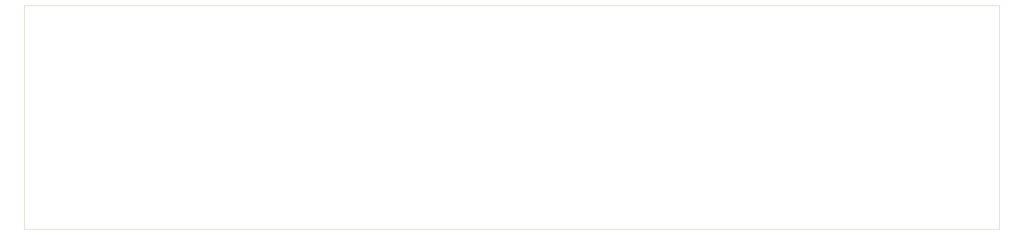
<source format=gm1>
G04 #@! TF.GenerationSoftware,KiCad,Pcbnew,5.1.12-84ad8e8a86~92~ubuntu20.04.1*
G04 #@! TF.CreationDate,2022-03-17T08:21:24-04:00*
G04 #@! TF.ProjectId,sys11-interconnect,73797331-312d-4696-9e74-6572636f6e6e,1.1*
G04 #@! TF.SameCoordinates,Original*
G04 #@! TF.FileFunction,Profile,NP*
%FSLAX46Y46*%
G04 Gerber Fmt 4.6, Leading zero omitted, Abs format (unit mm)*
G04 Created by KiCad (PCBNEW 5.1.12-84ad8e8a86~92~ubuntu20.04.1) date 2022-03-17 08:21:24*
%MOMM*%
%LPD*%
G01*
G04 APERTURE LIST*
G04 #@! TA.AperFunction,Profile*
%ADD10C,0.050000*%
G04 #@! TD*
G04 APERTURE END LIST*
D10*
X15240000Y-159385000D02*
X15240000Y-67310000D01*
X415290000Y-159385000D02*
X15240000Y-159385000D01*
X415290000Y-67310000D02*
X415290000Y-159385000D01*
X15240000Y-67310000D02*
X415290000Y-67310000D01*
M02*

</source>
